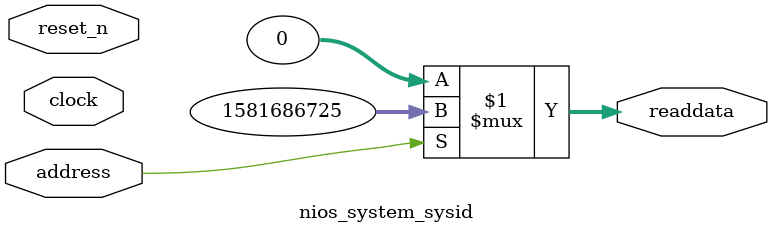
<source format=v>

`timescale 1ns / 1ps
// synthesis translate_on

// turn off superfluous verilog processor warnings 
// altera message_level Level1 
// altera message_off 10034 10035 10036 10037 10230 10240 10030 

module nios_system_sysid (
               // inputs:
                address,
                clock,
                reset_n,

               // outputs:
                readdata
             )
;

  output  [ 31: 0] readdata;
  input            address;
  input            clock;
  input            reset_n;

  wire    [ 31: 0] readdata;
  //control_slave, which is an e_avalon_slave
  assign readdata = address ? 1581686725 : 0;

endmodule




</source>
